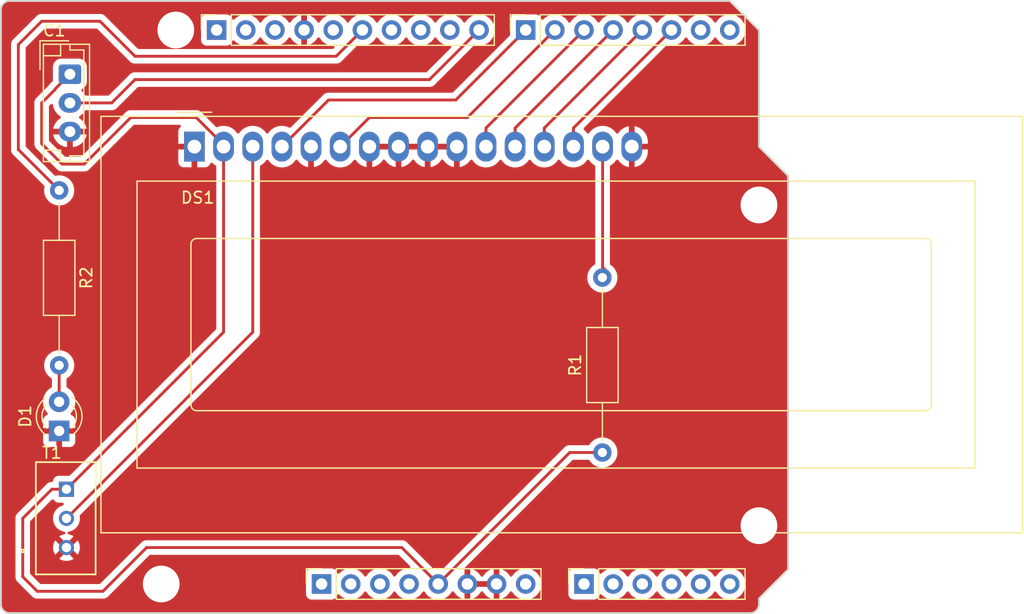
<source format=kicad_pcb>
(kicad_pcb (version 20221018) (generator pcbnew)
  (title_block (date "mar. 31 mars 2015"))
  (layers (0 "F.Cu" signal) (31 "B.Cu" signal) (34 "B.Paste" user) (35 "F.Paste" user) (36 "B.SilkS" user "B.Silkscreen") (37 "F.SilkS" user "F.Silkscreen") (38 "B.Mask" user) (39 "F.Mask" user) (44 "Edge.Cuts" user))
  (net 0 "")
  (net 1 "GND")
  (net 3 "+5V")
  (net 4 "/IOREF")
  (net 5 "/A0")
  (net 6 "/A1")
  (net 7 "/A2")
  (net 8 "/A3")
  (net 9 "/SDA{slash}A4")
  (net 10 "/SCL{slash}A5")
  (net 11 "/13")
  (net 12 "/12")
  (net 13 "/AREF")
  (net 14 "/8")
  (net 15 "/7")
  (net 16 "/*11")
  (net 17 "/*10")
  (net 18 "/*9")
  (net 19 "/4")
  (net 20 "/2")
  (net 21 "/*6")
  (net 22 "/*5")
  (net 23 "/TX{slash}1")
  (net 24 "/*3")
  (net 25 "/RX{slash}0")
  (net 26 "+3V3")
  (net 27 "VCC")
  (net 28 "/~{RESET}")
  (net 29 "Net-(DS1-VO)")
  (net 30 "Net-(DS1-LED(+))")
  (net 31 "/SDA{slash}A4*")
  (net 32 "/SCL{slash}A5*")
  (net 33 "Net-(D1-A)")
  (footprint "Connector_PinSocket_2.54mm:PinSocket_1x08_P2.54mm_Vertical" (layer "F.Cu") (at 127.94 97.46 90)
    (fp_text reference "J1" hide)
    (fp_text value "Power")
    (fp_line (start -1.33 1.27) (end -1.33 19.11) (stroke (width 0.12)) (layer "F.SilkS"))
    (fp_line (start -1.33 1.27) (end 1.33 1.27) (stroke (width 0.12)) (layer "F.SilkS"))
    (fp_line (start -1.33 19.11) (end 1.33 19.11) (stroke (width 0.12)) (layer "F.SilkS"))
    (fp_line (start 0 -1.33) (end 1.33 -1.33) (stroke (width 0.12)) (layer "F.SilkS"))
    (fp_line (start 1.33 -1.33) (end 1.33 0) (stroke (width 0.12)) (layer "F.SilkS"))
    (fp_line (start 1.33 1.27) (end 1.33 19.11) (stroke (width 0.12)) (layer "F.SilkS"))
    (pad "1" thru_hole rect locked (at 0 0 90) (size 1.7 1.7) (drill 1) (layers "*.Cu" "*.Mask"))
    (pad "2" thru_hole oval locked (at 0 2.54 90) (size 1.7 1.7) (drill 1) (layers "*.Cu" "*.Mask") (net 4 "/IOREF"))
    (pad "3" thru_hole oval locked (at 0 5.08 90) (size 1.7 1.7) (drill 1) (layers "*.Cu" "*.Mask") (net 28 "/~{RESET}"))
    (pad "4" thru_hole oval locked (at 0 7.62 90) (size 1.7 1.7) (drill 1) (layers "*.Cu" "*.Mask") (net 26 "+3V3"))
    (pad "5" thru_hole oval locked (at 0 10.16 90) (size 1.7 1.7) (drill 1) (layers "*.Cu" "*.Mask") (net 3 "+5V"))
    (pad "6" thru_hole oval locked (at 0 12.7 90) (size 1.7 1.7) (drill 1) (layers "*.Cu" "*.Mask") (net 1 "GND"))
    (pad "7" thru_hole oval locked (at 0 15.24 90) (size 1.7 1.7) (drill 1) (layers "*.Cu" "*.Mask") (net 1 "GND"))
    (pad "8" thru_hole oval locked (at 0 17.78 90) (size 1.7 1.7) (drill 1) (layers "*.Cu" "*.Mask") (net 27 "VCC"))
  )
  (footprint "Connector_PinSocket_2.54mm:PinSocket_1x06_P2.54mm_Vertical" (layer "F.Cu") (at 150.8 97.46 90)
    (fp_text reference "J3" hide)
    (fp_text value "Analog")
    (fp_line (start -1.33 1.27) (end -1.33 14.03) (stroke (width 0.12)) (layer "F.SilkS"))
    (fp_line (start -1.33 1.27) (end 1.33 1.27) (stroke (width 0.12)) (layer "F.SilkS"))
    (fp_line (start -1.33 14.03) (end 1.33 14.03) (stroke (width 0.12)) (layer "F.SilkS"))
    (fp_line (start 0 -1.33) (end 1.33 -1.33) (stroke (width 0.12)) (layer "F.SilkS"))
    (fp_line (start 1.33 -1.33) (end 1.33 0) (stroke (width 0.12)) (layer "F.SilkS"))
    (fp_line (start 1.33 1.27) (end 1.33 14.03) (stroke (width 0.12)) (layer "F.SilkS"))
    (pad "1" thru_hole rect locked (at 0 0 90) (size 1.7 1.7) (drill 1) (layers "*.Cu" "*.Mask") (net 5 "/A0"))
    (pad "2" thru_hole oval locked (at 0 2.54 90) (size 1.7 1.7) (drill 1) (layers "*.Cu" "*.Mask") (net 6 "/A1"))
    (pad "3" thru_hole oval locked (at 0 5.08 90) (size 1.7 1.7) (drill 1) (layers "*.Cu" "*.Mask") (net 7 "/A2"))
    (pad "4" thru_hole oval locked (at 0 7.62 90) (size 1.7 1.7) (drill 1) (layers "*.Cu" "*.Mask") (net 8 "/A3"))
    (pad "5" thru_hole oval locked (at 0 10.16 90) (size 1.7 1.7) (drill 1) (layers "*.Cu" "*.Mask") (net 31 "/SDA{slash}A4*"))
    (pad "6" thru_hole oval locked (at 0 12.7 90) (size 1.7 1.7) (drill 1) (layers "*.Cu" "*.Mask") (net 32 "/SCL{slash}A5*"))
  )
  (footprint "Connector_PinSocket_2.54mm:PinSocket_1x10_P2.54mm_Vertical" (layer "F.Cu") (at 118.796 49.2 90)
    (fp_text reference "J2" hide)
    (fp_text value "Digital/PWM")
    (fp_line (start -1.33 1.27) (end -1.33 24.19) (stroke (width 0.12)) (layer "F.SilkS"))
    (fp_line (start -1.33 1.27) (end 1.33 1.27) (stroke (width 0.12)) (layer "F.SilkS"))
    (fp_line (start -1.33 24.19) (end 1.33 24.19) (stroke (width 0.12)) (layer "F.SilkS"))
    (fp_line (start 0 -1.33) (end 1.33 -1.33) (stroke (width 0.12)) (layer "F.SilkS"))
    (fp_line (start 1.33 -1.33) (end 1.33 0) (stroke (width 0.12)) (layer "F.SilkS"))
    (fp_line (start 1.33 1.27) (end 1.33 24.19) (stroke (width 0.12)) (layer "F.SilkS"))
    (pad "1" thru_hole rect locked (at 0 0 90) (size 1.7 1.7) (drill 1) (layers "*.Cu" "*.Mask") (net 10 "/SCL{slash}A5"))
    (pad "2" thru_hole oval locked (at 0 2.54 90) (size 1.7 1.7) (drill 1) (layers "*.Cu" "*.Mask") (net 9 "/SDA{slash}A4"))
    (pad "3" thru_hole oval locked (at 0 5.08 90) (size 1.7 1.7) (drill 1) (layers "*.Cu" "*.Mask") (net 13 "/AREF"))
    (pad "4" thru_hole oval locked (at 0 7.62 90) (size 1.7 1.7) (drill 1) (layers "*.Cu" "*.Mask") (net 1 "GND"))
    (pad "5" thru_hole oval locked (at 0 10.16 90) (size 1.7 1.7) (drill 1) (layers "*.Cu" "*.Mask") (net 11 "/13"))
    (pad "6" thru_hole oval locked (at 0 12.7 90) (size 1.7 1.7) (drill 1) (layers "*.Cu" "*.Mask") (net 12 "/12"))
    (pad "7" thru_hole oval locked (at 0 15.24 90) (size 1.7 1.7) (drill 1) (layers "*.Cu" "*.Mask") (net 16 "/*11"))
    (pad "8" thru_hole oval locked (at 0 17.78 90) (size 1.7 1.7) (drill 1) (layers "*.Cu" "*.Mask") (net 17 "/*10"))
    (pad "9" thru_hole oval locked (at 0 20.32 90) (size 1.7 1.7) (drill 1) (layers "*.Cu" "*.Mask") (net 18 "/*9"))
    (pad "10" thru_hole oval locked (at 0 22.86 90) (size 1.7 1.7) (drill 1) (layers "*.Cu" "*.Mask") (net 14 "/8"))
  )
  (footprint "Connector_PinSocket_2.54mm:PinSocket_1x08_P2.54mm_Vertical" (layer "F.Cu") (at 145.72 49.2 90)
    (fp_text reference "J4" hide)
    (fp_text value "Digital/PWM")
    (fp_line (start -1.33 1.27) (end -1.33 19.11) (stroke (width 0.12)) (layer "F.SilkS"))
    (fp_line (start -1.33 1.27) (end 1.33 1.27) (stroke (width 0.12)) (layer "F.SilkS"))
    (fp_line (start -1.33 19.11) (end 1.33 19.11) (stroke (width 0.12)) (layer "F.SilkS"))
    (fp_line (start 0 -1.33) (end 1.33 -1.33) (stroke (width 0.12)) (layer "F.SilkS"))
    (fp_line (start 1.33 -1.33) (end 1.33 0) (stroke (width 0.12)) (layer "F.SilkS"))
    (fp_line (start 1.33 1.27) (end 1.33 19.11) (stroke (width 0.12)) (layer "F.SilkS"))
    (pad "1" thru_hole rect locked (at 0 0 90) (size 1.7 1.7) (drill 1) (layers "*.Cu" "*.Mask") (net 15 "/7"))
    (pad "2" thru_hole oval locked (at 0 2.54 90) (size 1.7 1.7) (drill 1) (layers "*.Cu" "*.Mask") (net 21 "/*6"))
    (pad "3" thru_hole oval locked (at 0 5.08 90) (size 1.7 1.7) (drill 1) (layers "*.Cu" "*.Mask") (net 22 "/*5"))
    (pad "4" thru_hole oval locked (at 0 7.62 90) (size 1.7 1.7) (drill 1) (layers "*.Cu" "*.Mask") (net 19 "/4"))
    (pad "5" thru_hole oval locked (at 0 10.16 90) (size 1.7 1.7) (drill 1) (layers "*.Cu" "*.Mask") (net 24 "/*3"))
    (pad "6" thru_hole oval locked (at 0 12.7 90) (size 1.7 1.7) (drill 1) (layers "*.Cu" "*.Mask") (net 20 "/2"))
    (pad "7" thru_hole oval locked (at 0 15.24 90) (size 1.7 1.7) (drill 1) (layers "*.Cu" "*.Mask") (net 23 "/TX{slash}1"))
    (pad "8" thru_hole oval locked (at 0 17.78 90) (size 1.7 1.7) (drill 1) (layers "*.Cu" "*.Mask") (net 25 "/RX{slash}0"))
  )
  (footprint "Connector_JST:JST_EH_B3B-EH-A_1x03_P2.50mm_Vertical" (layer "F.Cu") (at 106.015 53.05 -90)
    (fp_text reference "C1" (at -3.81 1.36 -180) (layer "F.SilkS"))
    (fp_text value "Conn_01x03")
    (fp_line (start -2.91 0.11) (end -2.91 2.61) (stroke (width 0.12)) (layer "F.SilkS"))
    (fp_line (start -2.91 2.61) (end -0.41 2.61) (stroke (width 0.12)) (layer "F.SilkS"))
    (fp_line (start -2.61 -1.71) (end -2.61 2.31) (stroke (width 0.12)) (layer "F.SilkS"))
    (fp_line (start -2.61 0) (end -2.11 0) (stroke (width 0.12)) (layer "F.SilkS"))
    (fp_line (start -2.61 0.81) (end -1.61 0.81) (stroke (width 0.12)) (layer "F.SilkS"))
    (fp_line (start -2.61 2.31) (end 7.61 2.31) (stroke (width 0.12)) (layer "F.SilkS"))
    (fp_line (start -2.11 -1.21) (end 7.11 -1.21) (stroke (width 0.12)) (layer "F.SilkS"))
    (fp_line (start -2.11 0) (end -2.11 -1.21) (stroke (width 0.12)) (layer "F.SilkS"))
    (fp_line (start -1.61 0.81) (end -1.61 2.31) (stroke (width 0.12)) (layer "F.SilkS"))
    (fp_line (start 6.61 0.81) (end 6.61 2.31) (stroke (width 0.12)) (layer "F.SilkS"))
    (fp_line (start 7.11 -1.21) (end 7.11 0) (stroke (width 0.12)) (layer "F.SilkS"))
    (fp_line (start 7.11 0) (end 7.61 0) (stroke (width 0.12)) (layer "F.SilkS"))
    (fp_line (start 7.61 -1.71) (end -2.61 -1.71) (stroke (width 0.12)) (layer "F.SilkS"))
    (fp_line (start 7.61 0.81) (end 6.61 0.81) (stroke (width 0.12)) (layer "F.SilkS"))
    (fp_line (start 7.61 2.31) (end 7.61 -1.71) (stroke (width 0.12)) (layer "F.SilkS"))
    (pad "1" thru_hole roundrect (at 0 0 270) (size 1.7 1.95) (drill 0.95) (layers "*.Cu" "*.Mask") (roundrect_rratio 0.1470588235) (net 3 "+5V"))
    (pad "2" thru_hole oval (at 2.5 0 270) (size 1.7 1.95) (drill 0.95) (layers "*.Cu" "*.Mask") (net 14 "/8"))
    (pad "3" thru_hole oval (at 5 0 270) (size 1.7 1.95) (drill 0.95) (layers "*.Cu" "*.Mask") (net 1 "GND"))
  )
  (footprint "Arduino_MountingHole:MountingHole_3.2mm" (layer "F.Cu") (at 115.24 49.2)
    (fp_text reference "MH1" hide)
    (fp_text value "MountingHole_3.2mm" hide)
    (pad "" np_thru_hole circle locked (at 0 0) (size 3.2 3.2) (drill 3.2) (layers "*.Cu" "*.Mask"))
  )
  (footprint "Resistor_THT:R_Axial_DIN0207_L6.3mm_D2.5mm_P15.24mm_Horizontal" (layer "F.Cu") (at 105.08 63.17 -90)
    (fp_text reference "R2" (at 7.62 -2.37 90) (layer "F.SilkS"))
    (fp_text value "220Ω")
    (fp_line (start 1.04 0) (end 4.35 0) (stroke (width 0.12)) (layer "F.SilkS"))
    (fp_line (start 4.35 -1.37) (end 4.35 1.37) (stroke (width 0.12)) (layer "F.SilkS"))
    (fp_line (start 4.35 1.37) (end 10.89 1.37) (stroke (width 0.12)) (layer "F.SilkS"))
    (fp_line (start 10.89 -1.37) (end 4.35 -1.37) (stroke (width 0.12)) (layer "F.SilkS"))
    (fp_line (start 10.89 1.37) (end 10.89 -1.37) (stroke (width 0.12)) (layer "F.SilkS"))
    (fp_line (start 14.2 0) (end 10.89 0) (stroke (width 0.12)) (layer "F.SilkS"))
    (pad "1" thru_hole circle (at 0 0 270) (size 1.6 1.6) (drill 0.8) (layers "*.Cu" "*.Mask") (net 12 "/12"))
    (pad "2" thru_hole oval (at 15.24 0 270) (size 1.6 1.6) (drill 0.8) (layers "*.Cu" "*.Mask") (net 33 "Net-(D1-A)"))
  )
  (footprint "TRIMMER:POT_3296W" (layer "F.Cu") (at 105.715 89.205 -90)
    (fp_text reference "T1" (at -3.175 1.27 unlocked) (layer "F.SilkS"))
    (fp_text value "3296W-1-502LF")
    (fp_line (start -2.3622 -2.54) (end -2.3622 2.667) (stroke (width 0.1524)) (layer "F.SilkS"))
    (fp_line (start -2.3622 2.667) (end 7.4168 2.667) (stroke (width 0.1524)) (layer "F.SilkS"))
    (fp_line (start 7.4168 -2.54) (end -2.3622 -2.54) (stroke (width 0.1524)) (layer "F.SilkS"))
    (fp_line (start 7.4168 2.667) (end 7.4168 -2.54) (stroke (width 0.1524)) (layer "F.SilkS"))
    (fp_circle (center 5.3721 3.81) (end 5.4991 3.81) (stroke (width 0.1524)) (fill none) (layer "F.SilkS"))
    (pad "1" thru_hole circle (at 5.08 0 270) (size 1.3208 1.3208) (drill 0.8128) (layers "*.Cu" "*.Mask") (net 1 "GND"))
    (pad "2" thru_hole circle (at 2.54 0 270) (size 1.3208 1.3208) (drill 0.8128) (layers "*.Cu" "*.Mask") (net 29 "Net-(DS1-VO)"))
    (pad "3" thru_hole rect (at 0 0 270) (size 1.3208 1.3208) (drill 0.8128) (layers "*.Cu" "*.Mask") (net 3 "+5V"))
  )
  (footprint "LED_THT:LED_D3.0mm" (layer "F.Cu") (at 105.08 84.125 90)
    (fp_text reference "D1" (at 1.27 -2.96 90) (layer "F.SilkS"))
    (fp_text value "LED")
    (fp_line (start -0.29 -1.236) (end -0.29 -1.08) (stroke (width 0.12)) (layer "F.SilkS"))
    (fp_line (start -0.29 1.08) (end -0.29 1.236) (stroke (width 0.12)) (layer "F.SilkS"))
    (fp_arc (start -0.29 -1.235516) (mid 1.366487 -1.987659) (end 2.942335 -1.078608) (stroke (width 0.12)) (layer "F.SilkS"))
    (fp_arc (start 0.229039 -1.08) (mid 1.270117 -1.5) (end 2.31113 -1.079837) (stroke (width 0.12)) (layer "F.SilkS"))
    (fp_arc (start 2.31113 1.079837) (mid 1.270117 1.5) (end 0.229039 1.08) (stroke (width 0.12)) (layer "F.SilkS"))
    (fp_arc (start 2.942335 1.078608) (mid 1.366487 1.987659) (end -0.29 1.235516) (stroke (width 0.12)) (layer "F.SilkS"))
    (pad "1" thru_hole rect (at 0 0 90) (size 1.8 1.8) (drill 0.9) (layers "*.Cu" "*.Mask") (net 1 "GND"))
    (pad "2" thru_hole circle (at 2.54 0 90) (size 1.8 1.8) (drill 0.9) (layers "*.Cu" "*.Mask") (net 33 "Net-(D1-A)"))
  )
  (footprint "Display:WC1602A" (layer "F.Cu") (at 116.86052 59.36)
    (fp_text reference "DS1" (at 0.28448 4.445) (layer "F.SilkS"))
    (fp_text value "WC1602A")
    (fp_line (start -8.14 -2.64) (end -8.14 33.64) (stroke (width 0.12)) (layer "F.SilkS"))
    (fp_line (start -8.14 33.64) (end 72.14 33.64) (stroke (width 0.12)) (layer "F.SilkS"))
    (fp_line (start -8.13 -2.64) (end -7.34 -2.64) (stroke (width 0.12)) (layer "F.SilkS"))
    (fp_line (start -5 3) (end 68 3) (stroke (width 0.12)) (layer "F.SilkS"))
    (fp_line (start -5 28) (end -5 3) (stroke (width 0.12)) (layer "F.SilkS"))
    (fp_line (start -1.5 -3) (end 1.5 -3) (stroke (width 0.12)) (layer "F.SilkS"))
    (fp_line (start -0.29972 22.49932) (end -0.29972 8.5) (stroke (width 0.12)) (layer "F.SilkS"))
    (fp_line (start 0.2 8) (end 63.7 8) (stroke (width 0.12)) (layer "F.SilkS"))
    (fp_line (start 63.70066 23) (end 0.2 23) (stroke (width 0.12)) (layer "F.SilkS"))
    (fp_line (start 64.2 8.5) (end 64.2 22.5) (stroke (width 0.12)) (layer "F.SilkS"))
    (fp_line (start 68 3) (end 68 28) (stroke (width 0.12)) (layer "F.SilkS"))
    (fp_line (start 68 28) (end -5 28) (stroke (width 0.12)) (layer "F.SilkS"))
    (fp_line (start 72.14 -2.64) (end -7.34 -2.64) (stroke (width 0.12)) (layer "F.SilkS"))
    (fp_line (start 72.14 33.64) (end 72.14 -2.64) (stroke (width 0.12)) (layer "F.SilkS"))
    (fp_arc (start -0.29972 8.49884) (mid -0.153162 8.145018) (end 0.20066 7.99846) (stroke (width 0.12)) (layer "F.SilkS"))
    (fp_arc (start 0.20066 22.9997) (mid -0.153162 22.853142) (end -0.29972 22.49932) (stroke (width 0.12)) (layer "F.SilkS"))
    (fp_arc (start 63.7 8) (mid 64.053553 8.146447) (end 64.2 8.5) (stroke (width 0.12)) (layer "F.SilkS"))
    (fp_arc (start 64.20104 22.49932) (mid 64.054479 22.85315) (end 63.70066 22.9997) (stroke (width 0.12)) (layer "F.SilkS"))
    (pad "1" thru_hole rect (at 0 0) (size 1.8 2.6) (drill 1.2) (layers "*.Cu" "*.Mask") (net 1 "GND"))
    (pad "2" thru_hole oval (at 2.54 0) (size 1.8 2.6) (drill 1.2) (layers "*.Cu" "*.Mask") (net 3 "+5V"))
    (pad "3" thru_hole oval (at 5.08 0) (size 1.8 2.6) (drill 1.2) (layers "*.Cu" "*.Mask") (net 29 "Net-(DS1-VO)"))
    (pad "4" thru_hole oval (at 7.62 0) (size 1.8 2.6) (drill 1.2) (layers "*.Cu" "*.Mask") (net 15 "/7"))
    (pad "5" thru_hole oval (at 10.16 0) (size 1.8 2.6) (drill 1.2) (layers "*.Cu" "*.Mask") (net 1 "GND"))
    (pad "6" thru_hole oval (at 12.7 0) (size 1.8 2.6) (drill 1.2) (layers "*.Cu" "*.Mask") (net 21 "/*6"))
    (pad "7" thru_hole oval (at 15.24 0) (size 1.8 2.6) (drill 1.2) (layers "*.Cu" "*.Mask") (net 1 "GND"))
    (pad "8" thru_hole oval (at 17.78 0) (size 1.8 2.6) (drill 1.2) (layers "*.Cu" "*.Mask") (net 1 "GND"))
    (pad "9" thru_hole oval (at 20.32 0) (size 1.8 2.6) (drill 1.2) (layers "*.Cu" "*.Mask") (net 1 "GND"))
    (pad "10" thru_hole oval (at 22.86 0) (size 1.8 2.6) (drill 1.2) (layers "*.Cu" "*.Mask") (net 1 "GND"))
    (pad "11" thru_hole oval (at 25.4 0) (size 1.8 2.6) (drill 1.2) (layers "*.Cu" "*.Mask") (net 22 "/*5"))
    (pad "12" thru_hole oval (at 27.94 0) (size 1.8 2.6) (drill 1.2) (layers "*.Cu" "*.Mask") (net 19 "/4"))
    (pad "13" thru_hole oval (at 30.48 0) (size 1.8 2.6) (drill 1.2) (layers "*.Cu" "*.Mask") (net 24 "/*3"))
    (pad "14" thru_hole oval (at 33.02 0) (size 1.8 2.6) (drill 1.2) (layers "*.Cu" "*.Mask") (net 20 "/2"))
    (pad "15" thru_hole oval (at 35.56 0) (size 1.8 2.6) (drill 1.2) (layers "*.Cu" "*.Mask") (net 30 "Net-(DS1-LED(+))"))
    (pad "16" thru_hole oval (at 38.1 0) (size 1.8 2.6) (drill 1.2) (layers "*.Cu" "*.Mask") (net 1 "GND"))
  )
  (footprint "Arduino_MountingHole:MountingHole_3.2mm" (layer "F.Cu") (at 113.97 97.46)
    (fp_text reference "MH2" hide)
    (fp_text value "MountingHole_3.2mm" hide)
    (pad "" np_thru_hole circle locked (at 0 0) (size 3.2 3.2) (drill 3.2) (layers "*.Cu" "*.Mask"))
  )
  (footprint "Arduino_MountingHole:MountingHole_3.2mm" (layer "F.Cu") (at 166.04 64.44)
    (fp_text reference "MH3" hide)
    (fp_text value "MountingHole_3.2mm" hide)
    (pad "" np_thru_hole circle locked (at 0 0) (size 3.2 3.2) (drill 3.2) (layers "*.Cu" "*.Mask"))
  )
  (footprint "Arduino_MountingHole:MountingHole_3.2mm" (layer "F.Cu") (at 166.04 92.38)
    (fp_text reference "MH4" hide)
    (fp_text value "MountingHole_3.2mm" hide)
    (pad "" np_thru_hole circle locked (at 0 0) (size 3.2 3.2) (drill 3.2) (layers "*.Cu" "*.Mask"))
  )
  (footprint "Resistor_THT:R_Axial_DIN0207_L6.3mm_D2.5mm_P15.24mm_Horizontal" (layer "F.Cu") (at 152.4002 86.005 90)
    (fp_text reference "R1" (at 7.62 -2.37 90) (layer "F.SilkS"))
    (fp_text value "220Ω")
    (fp_line (start 1.04 0) (end 4.35 0) (stroke (width 0.12)) (layer "F.SilkS"))
    (fp_line (start 4.35 -1.37) (end 4.35 1.37) (stroke (width 0.12)) (layer "F.SilkS"))
    (fp_line (start 4.35 1.37) (end 10.89 1.37) (stroke (width 0.12)) (layer "F.SilkS"))
    (fp_line (start 10.89 -1.37) (end 4.35 -1.37) (stroke (width 0.12)) (layer "F.SilkS"))
    (fp_line (start 10.89 1.37) (end 10.89 -1.37) (stroke (width 0.12)) (layer "F.SilkS"))
    (fp_line (start 14.2 0) (end 10.89 0) (stroke (width 0.12)) (layer "F.SilkS"))
    (pad "1" thru_hole circle (at 0 0 90) (size 1.6 1.6) (drill 0.8) (layers "*.Cu" "*.Mask") (net 3 "+5V"))
    (pad "2" thru_hole oval (at 15.24 0 90) (size 1.6 1.6) (drill 0.8) (layers "*.Cu" "*.Mask") (net 30 "Net-(DS1-LED(+))"))
  )
  (gr_line (start 166.04 59.36) (end 168.58 61.9) (stroke (width 0.15)) (layer "Edge.Cuts"))
  (gr_line (start 100 99.238) (end 100 47.422) (stroke (width 0.15)) (layer "Edge.Cuts"))
  (gr_line (start 168.58 61.9) (end 168.58 96.19) (stroke (width 0.15)) (layer "Edge.Cuts"))
  (gr_line (start 165.278 100) (end 100.762 100) (stroke (width 0.15)) (layer "Edge.Cuts"))
  (gr_line (start 100.762 46.66) (end 163.5 46.66) (stroke (width 0.15)) (layer "Edge.Cuts"))
  (gr_arc (start 100.762 100) (mid 100.223185 99.776815) (end 100 99.238) (stroke (width 0.15)) (layer "Edge.Cuts"))
  (gr_line (start 168.58 96.19) (end 166.04 98.73) (stroke (width 0.15)) (layer "Edge.Cuts"))
  (gr_line (start 163.5 46.66) (end 166.04 49.2) (stroke (width 0.15)) (layer "Edge.Cuts"))
  (gr_arc (start 166.04 99.238) (mid 165.816815 99.776815) (end 165.278 100) (stroke (width 0.15)) (layer "Edge.Cuts"))
  (gr_line (start 166.04 49.2) (end 166.04 59.36) (stroke (width 0.15)) (layer "Edge.Cuts"))
  (gr_line (start 166.04 98.73) (end 166.04 99.238) (stroke (width 0.15)) (layer "Edge.Cuts"))
  (gr_arc (start 100 47.422) (mid 100.223185 46.883185) (end 100.762 46.66) (stroke (width 0.15)) (layer "Edge.Cuts"))
  (segment (start 108.89 98.095) (end 103.175 98.095) (width 0.25) (layer "F.Cu") (net 3))
  (segment (start 107.25648 60.884) (end 111.32048 56.82) (width 0.25) (layer "F.Cu") (net 3))
  (segment (start 103.175 98.095) (end 101.905 96.825) (width 0.25) (layer "F.Cu") (net 3))
  (segment (start 119.40052 75.51948) (end 119.40052 59.36) (width 0.25) (layer "F.Cu") (net 3))
  (segment (start 103.556 55.55) (end 103.556 59.106) (width 0.25) (layer "F.Cu") (net 3))
  (segment (start 104.715 54.391) (end 103.556 55.55) (width 0.25) (layer "F.Cu") (net 3))
  (segment (start 104.445 89.205) (end 101.905 91.745) (width 0.25) (layer "F.Cu") (net 3))
  (segment (start 149.555 86.005) (end 152.4002 86.005) (width 0.25) (layer "F.Cu") (net 3))
  (segment (start 134.925 94.285) (end 138.1 97.46) (width 0.25) (layer "F.Cu") (net 3))
  (segment (start 104.715 54.35) (end 104.715 54.391) (width 0.25) (layer "F.Cu") (net 3))
  (segment (start 105.715 89.205) (end 119.40052 75.51948) (width 0.25) (layer "F.Cu") (net 3))
  (segment (start 106.015 53.05) (end 104.715 54.35) (width 0.25) (layer "F.Cu") (net 3))
  (segment (start 111.32048 56.82) (end 117.018 56.82) (width 0.25) (layer "F.Cu") (net 3))
  (segment (start 112.7 94.285) (end 134.925 94.285) (width 0.25) (layer "F.Cu") (net 3))
  (segment (start 138.1 97.46) (end 149.555 86.005) (width 0.25) (layer "F.Cu") (net 3))
  (segment (start 108.89 98.095) (end 112.7 94.285) (width 0.25) (layer "F.Cu") (net 3))
  (segment (start 105.334 60.884) (end 107.25648 60.884) (width 0.25) (layer "F.Cu") (net 3))
  (segment (start 119.40052 58.96) (end 119.40052 59.36) (width 0.25) (layer "F.Cu") (net 3))
  (segment (start 101.905 91.745) (end 101.905 96.825) (width 0.25) (layer "F.Cu") (net 3))
  (segment (start 103.556 59.106) (end 105.334 60.884) (width 0.25) (layer "F.Cu") (net 3))
  (segment (start 117.018 56.82) (end 119.40052 59.20252) (width 0.25) (layer "F.Cu") (net 3))
  (segment (start 105.715 89.205) (end 104.445 89.205) (width 0.25) (layer "F.Cu") (net 3))
  (segment (start 119.40052 59.20252) (end 119.40052 59.36) (width 0.25) (layer "F.Cu") (net 3))
  (segment (start 108.636 48.438) (end 103.556 48.438) (width 0.25) (layer "F.Cu") (net 12))
  (segment (start 103.556 48.438) (end 101.524 50.47) (width 0.25) (layer "F.Cu") (net 12))
  (segment (start 101.524 59.614) (end 105.08 63.17) (width 0.25) (layer "F.Cu") (net 12))
  (segment (start 131.496 49.2) (end 129.21 51.486) (width 0.25) (layer "F.Cu") (net 12))
  (segment (start 111.684 51.486) (end 108.636 48.438) (width 0.25) (layer "F.Cu") (net 12))
  (segment (start 101.524 50.47) (end 101.524 59.614) (width 0.25) (layer "F.Cu") (net 12))
  (segment (start 129.21 51.486) (end 111.684 51.486) (width 0.25) (layer "F.Cu") (net 12))
  (segment (start 111.684 53.518) (end 109.652 55.55) (width 0.25) (layer "F.Cu") (net 14))
  (segment (start 137.338 53.518) (end 111.684 53.518) (width 0.25) (layer "F.Cu") (net 14))
  (segment (start 109.652 55.55) (end 106.015 55.55) (width 0.25) (layer "F.Cu") (net 14))
  (segment (start 141.656 49.2) (end 137.338 53.518) (width 0.25) (layer "F.Cu") (net 14))
  (segment (start 145.72 49.2) (end 139.624 55.296) (width 0.25) (layer "F.Cu") (net 15))
  (segment (start 139.624 55.296) (end 128.54452 55.296) (width 0.25) (layer "F.Cu") (net 15))
  (segment (start 128.54452 55.296) (end 124.48052 59.36) (width 0.25) (layer "F.Cu") (net 15))
  (segment (start 144.80052 59.36) (end 144.80052 57.73948) (width 0.25) (layer "F.Cu") (net 19))
  (segment (start 144.80052 57.73948) (end 153.34 49.2) (width 0.25) (layer "F.Cu") (net 19))
  (segment (start 149.88052 59.36) (end 149.88052 57.73948) (width 0.25) (layer "F.Cu") (net 20))
  (segment (start 149.88052 57.73948) (end 158.42 49.2) (width 0.25) (layer "F.Cu") (net 20))
  (segment (start 140.64 56.82) (end 132.10052 56.82) (width 0.25) (layer "F.Cu") (net 21))
  (segment (start 132.10052 56.82) (end 129.56052 59.36) (width 0.25) (layer "F.Cu") (net 21))
  (segment (start 148.26 49.2) (end 140.64 56.82) (width 0.25) (layer "F.Cu") (net 21))
  (segment (start 142.26052 59.36) (end 142.26052 57.73948) (width 0.25) (layer "F.Cu") (net 22))
  (segment (start 142.26052 57.73948) (end 150.8 49.2) (width 0.25) (layer "F.Cu") (net 22))
  (segment (start 147.34052 57.73948) (end 155.88 49.2) (width 0.25) (layer "F.Cu") (net 24))
  (segment (start 147.34052 59.36) (end 147.34052 57.73948) (width 0.25) (layer "F.Cu") (net 24))
  (segment (start 105.715 91.745) (end 121.94052 75.51948) (width 0.25) (layer "F.Cu") (net 29))
  (segment (start 121.94052 75.51948) (end 121.94052 59.36) (width 0.25) (layer "F.Cu") (net 29))
  (segment (start 152.42052 59.36) (end 152.42052 69.87052) (width 0.25) (layer "F.Cu") (net 30))
  (segment (start 152.42052 69.87052) (end 152.705 70.155) (width 0.25) (layer "F.Cu") (net 30))
  (segment (start 152.705 70.155) (end 152.4002 70.4598) (width 0.25) (layer "F.Cu") (net 30))
  (segment (start 152.4002 70.4598) (end 152.4002 70.765) (width 0.25) (layer "F.Cu") (net 30))
  (segment (start 105.08 78.41) (end 105.08 81.585) (width 0.25) (layer "F.Cu") (net 33))
  (zone (net 1) (net_name "GND") (layer "F.Cu") (connect_pads (clearance 0.508)) (min_thickness 0.25) (fill yes (thermal_gap 0.5) (thermal_bridge_width 0.5))
    (polygon (pts (xy 100 46.66) (xy 163.5 46.66) (xy 166.04 49.2) (xy 166.04 59.36) (xy 168.58 61.9) (xy 168.58 96.19) (xy 166.04 98.73) (xy 166.04 100) (xy 100 100)))
  )
)
</source>
